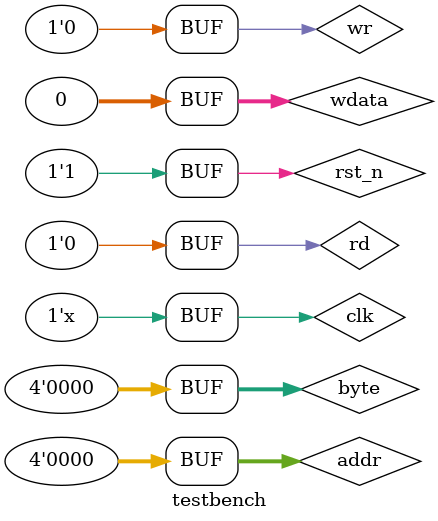
<source format=v>
`timescale 1ns / 1ps


module testbench();
    reg         clk      ;
    reg         rst_n    ;
    reg         wr       ;
    reg         rd       ;
    reg  [3:0]  byte     ;
    reg  [3:0]  addr     ;
    reg  [31:0] wdata    ;
    wire        rdata_v  ;
    wire [31:0] rdata    ;
    
    top u_top(
        .clk      (clk),
        .rst_n    (rst_n),
        .wr       (wr),
        .rd       (rd),
        .byte     (byte),
        .addr     (addr),
        .wdata    (wdata),
        .rdata_v  (rdata_v),
        .rdata    (rdata)     
    );
    
    initial begin
        clk = 1'b0;
        rst_n = 1'b0;
        wr = 1'b0;
        rd = 1'b0;
        byte = 4'h0;
        addr = 4'h0;
        wdata = 32'h0;
        #20 rst_n = 1'b1;
        #10 begin
            wr = 1'b1;
            byte = 4'hf;
            addr = 4'h1;
            wdata = 32'h0011;
        end
        #20 begin
            wr = 1'b0;
            byte = 4'h0;
            addr = 4'h0;
            wdata = 32'h0000;
        end
        #40 begin
            rd = 1'b1;
            byte = 4'hf;
            addr = 4'h1;
        end
        #20 begin
            rd = 1'b0;
            byte = 4'h0;
            addr = 4'h0;
        end
    end
    
    always #10 clk = ~clk;
    
endmodule

</source>
